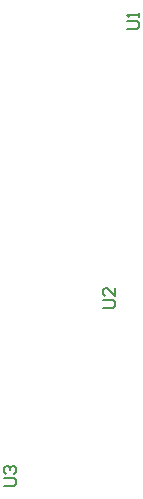
<source format=gm1>
G04*
G04 #@! TF.GenerationSoftware,Altium Limited,Altium Designer,23.0.1 (38)*
G04*
G04 Layer_Color=16711935*
%FSLAX25Y25*%
%MOIN*%
G70*
G04*
G04 #@! TF.SameCoordinates,7B218C2A-F859-486B-BE56-2060E057D8DB*
G04*
G04*
G04 #@! TF.FilePolarity,Positive*
G04*
G01*
G75*
%ADD35C,0.00700*%
D35*
X56190Y45985D02*
X59522D01*
X60189Y46652D01*
Y47984D01*
X59522Y48651D01*
X56190D01*
X56857Y49984D02*
X56190Y50650D01*
Y51983D01*
X56857Y52649D01*
X57523D01*
X58190Y51983D01*
Y51317D01*
Y51983D01*
X58856Y52649D01*
X59522D01*
X60189Y51983D01*
Y50650D01*
X59522Y49984D01*
X97001Y198300D02*
X100334D01*
X101000Y198967D01*
Y200299D01*
X100334Y200966D01*
X97001D01*
X101000Y202299D02*
Y203632D01*
Y202965D01*
X97001D01*
X97668Y202299D01*
X89127Y105363D02*
X92459D01*
X93126Y106029D01*
Y107362D01*
X92459Y108029D01*
X89127D01*
X93126Y112028D02*
Y109362D01*
X90460Y112028D01*
X89794D01*
X89127Y111361D01*
Y110028D01*
X89794Y109362D01*
M02*

</source>
